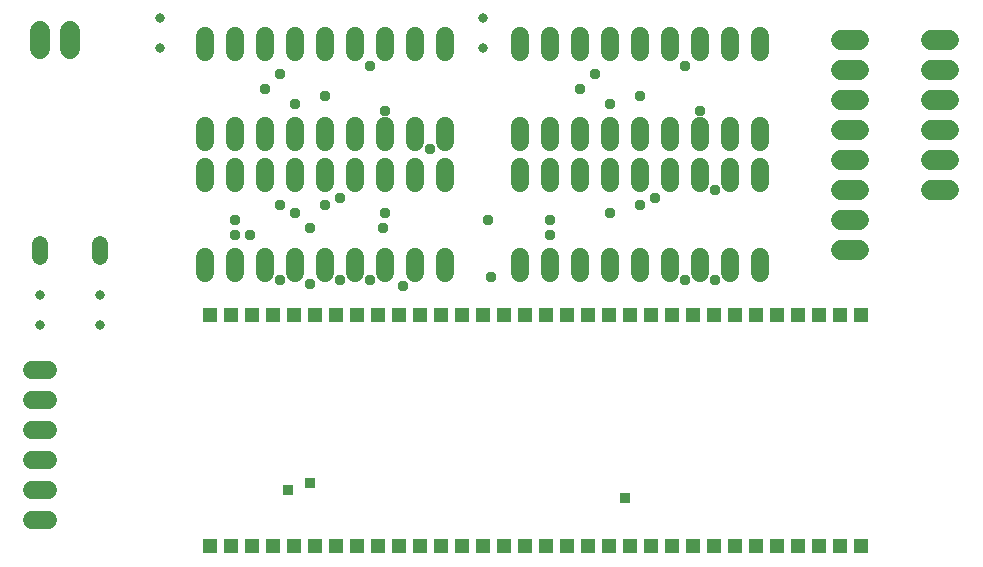
<source format=gts>
G75*
G70*
%OFA0B0*%
%FSLAX24Y24*%
%IPPOS*%
%LPD*%
%AMOC8*
5,1,8,0,0,1.08239X$1,22.5*
%
%ADD10R,0.0516X0.0516*%
%ADD11C,0.0600*%
%ADD12C,0.0520*%
%ADD13C,0.0316*%
%ADD14C,0.0680*%
%ADD15C,0.0370*%
%ADD16R,0.0380X0.0380*%
%ADD17R,0.0370X0.0370*%
D10*
X007335Y000810D03*
X008035Y000810D03*
X008735Y000810D03*
X009435Y000810D03*
X010135Y000810D03*
X010835Y000810D03*
X011535Y000810D03*
X012235Y000810D03*
X012935Y000810D03*
X013635Y000810D03*
X014335Y000810D03*
X015035Y000810D03*
X015735Y000810D03*
X016435Y000810D03*
X017135Y000810D03*
X017835Y000810D03*
X018535Y000810D03*
X019235Y000810D03*
X019935Y000810D03*
X020635Y000810D03*
X021335Y000810D03*
X022035Y000810D03*
X022735Y000810D03*
X023435Y000810D03*
X024135Y000810D03*
X024835Y000810D03*
X025535Y000810D03*
X026235Y000810D03*
X026935Y000810D03*
X027635Y000810D03*
X028335Y000810D03*
X029035Y000810D03*
X029035Y008510D03*
X028335Y008510D03*
X027635Y008510D03*
X026935Y008510D03*
X026235Y008510D03*
X025535Y008510D03*
X024835Y008510D03*
X024135Y008510D03*
X023435Y008510D03*
X022735Y008510D03*
X022035Y008510D03*
X021335Y008510D03*
X020635Y008510D03*
X019935Y008510D03*
X019235Y008510D03*
X018535Y008510D03*
X017835Y008510D03*
X017135Y008510D03*
X016435Y008510D03*
X015735Y008510D03*
X015035Y008510D03*
X014335Y008510D03*
X013635Y008510D03*
X012935Y008510D03*
X012235Y008510D03*
X011535Y008510D03*
X010835Y008510D03*
X010135Y008510D03*
X009435Y008510D03*
X008735Y008510D03*
X008035Y008510D03*
X007335Y008510D03*
D11*
X001945Y001660D02*
X001425Y001660D01*
X001425Y002660D02*
X001945Y002660D01*
X001945Y003660D02*
X001425Y003660D01*
X001425Y004660D02*
X001945Y004660D01*
X001945Y005660D02*
X001425Y005660D01*
X001425Y006660D02*
X001945Y006660D01*
X007185Y009900D02*
X007185Y010420D01*
X008185Y010420D02*
X008185Y009900D01*
X009185Y009900D02*
X009185Y010420D01*
X010185Y010420D02*
X010185Y009900D01*
X011185Y009900D02*
X011185Y010420D01*
X012185Y010420D02*
X012185Y009900D01*
X013185Y009900D02*
X013185Y010420D01*
X014185Y010420D02*
X014185Y009900D01*
X015185Y009900D02*
X015185Y010420D01*
X017685Y010420D02*
X017685Y009900D01*
X018685Y009900D02*
X018685Y010420D01*
X019685Y010420D02*
X019685Y009900D01*
X020685Y009900D02*
X020685Y010420D01*
X021685Y010420D02*
X021685Y009900D01*
X022685Y009900D02*
X022685Y010420D01*
X023685Y010420D02*
X023685Y009900D01*
X024685Y009900D02*
X024685Y010420D01*
X025685Y010420D02*
X025685Y009900D01*
X025685Y012900D02*
X025685Y013420D01*
X024685Y013420D02*
X024685Y012900D01*
X023685Y012900D02*
X023685Y013420D01*
X022685Y013420D02*
X022685Y012900D01*
X021685Y012900D02*
X021685Y013420D01*
X020685Y013420D02*
X020685Y012900D01*
X019685Y012900D02*
X019685Y013420D01*
X018685Y013420D02*
X018685Y012900D01*
X017685Y012900D02*
X017685Y013420D01*
X017685Y014280D02*
X017685Y014800D01*
X018685Y014800D02*
X018685Y014280D01*
X019685Y014280D02*
X019685Y014800D01*
X020685Y014800D02*
X020685Y014280D01*
X021685Y014280D02*
X021685Y014800D01*
X022685Y014800D02*
X022685Y014280D01*
X023685Y014280D02*
X023685Y014800D01*
X024685Y014800D02*
X024685Y014280D01*
X025685Y014280D02*
X025685Y014800D01*
X025685Y017280D02*
X025685Y017800D01*
X024685Y017800D02*
X024685Y017280D01*
X023685Y017280D02*
X023685Y017800D01*
X022685Y017800D02*
X022685Y017280D01*
X021685Y017280D02*
X021685Y017800D01*
X020685Y017800D02*
X020685Y017280D01*
X019685Y017280D02*
X019685Y017800D01*
X018685Y017800D02*
X018685Y017280D01*
X017685Y017280D02*
X017685Y017800D01*
X015185Y017800D02*
X015185Y017280D01*
X014185Y017280D02*
X014185Y017800D01*
X013185Y017800D02*
X013185Y017280D01*
X012185Y017280D02*
X012185Y017800D01*
X011185Y017800D02*
X011185Y017280D01*
X010185Y017280D02*
X010185Y017800D01*
X009185Y017800D02*
X009185Y017280D01*
X008185Y017280D02*
X008185Y017800D01*
X007185Y017800D02*
X007185Y017280D01*
X007185Y014800D02*
X007185Y014280D01*
X008185Y014280D02*
X008185Y014800D01*
X009185Y014800D02*
X009185Y014280D01*
X010185Y014280D02*
X010185Y014800D01*
X011185Y014800D02*
X011185Y014280D01*
X012185Y014280D02*
X012185Y014800D01*
X013185Y014800D02*
X013185Y014280D01*
X014185Y014280D02*
X014185Y014800D01*
X015185Y014800D02*
X015185Y014280D01*
X015185Y013420D02*
X015185Y012900D01*
X014185Y012900D02*
X014185Y013420D01*
X013185Y013420D02*
X013185Y012900D01*
X012185Y012900D02*
X012185Y013420D01*
X011185Y013420D02*
X011185Y012900D01*
X010185Y012900D02*
X010185Y013420D01*
X009185Y013420D02*
X009185Y012900D01*
X008185Y012900D02*
X008185Y013420D01*
X007185Y013420D02*
X007185Y012900D01*
D12*
X003685Y010880D02*
X003685Y010440D01*
X001685Y010440D02*
X001685Y010880D01*
D13*
X001685Y009160D03*
X001685Y008160D03*
X003685Y008160D03*
X003685Y009160D03*
X005685Y017410D03*
X005685Y018410D03*
X016435Y018410D03*
X016435Y017410D03*
D14*
X028385Y017660D02*
X028985Y017660D01*
X028985Y016660D02*
X028385Y016660D01*
X028385Y015660D02*
X028985Y015660D01*
X028985Y014660D02*
X028385Y014660D01*
X028385Y013660D02*
X028985Y013660D01*
X028985Y012660D02*
X028385Y012660D01*
X028385Y011660D02*
X028985Y011660D01*
X028985Y010660D02*
X028385Y010660D01*
X031385Y012660D02*
X031985Y012660D01*
X031985Y013660D02*
X031385Y013660D01*
X031385Y014660D02*
X031985Y014660D01*
X031985Y015660D02*
X031385Y015660D01*
X031385Y016660D02*
X031985Y016660D01*
X031985Y017660D02*
X031385Y017660D01*
X002685Y017960D02*
X002685Y017360D01*
X001685Y017360D02*
X001685Y017960D01*
D15*
X009185Y016040D03*
X009685Y016540D03*
X011185Y015790D03*
X010185Y015540D03*
X012685Y016790D03*
X013185Y015290D03*
X014685Y014040D03*
X011685Y012410D03*
X011185Y012160D03*
X010185Y011910D03*
X009685Y012160D03*
X010665Y011410D03*
X008685Y011160D03*
X008185Y011160D03*
X008185Y011660D03*
X009685Y009660D03*
X010665Y009550D03*
X011685Y009660D03*
X012685Y009660D03*
X013785Y009460D03*
X016725Y009760D03*
X018685Y011160D03*
X018685Y011660D03*
X020685Y011910D03*
X021685Y012160D03*
X022185Y012410D03*
X024185Y012660D03*
X023685Y015290D03*
X021685Y015790D03*
X020685Y015540D03*
X019685Y016040D03*
X020185Y016540D03*
X023185Y016790D03*
X016605Y011660D03*
X013185Y011910D03*
X013125Y011410D03*
X023185Y009660D03*
X024185Y009660D03*
D16*
X021185Y002410D03*
D17*
X010685Y002910D03*
X009935Y002660D03*
M02*

</source>
